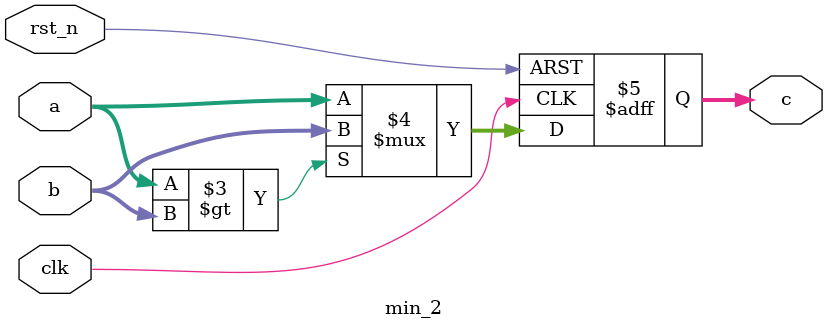
<source format=v>
`timescale 1ns/1ns
module main_mod(
	input clk,
	input rst_n,
	input [7:0]a,
	input [7:0]b,
	input [7:0]c,
	
	output [7:0]d
);
	wire [7:0] u1_output;
	wire [7:0] u2_output;
	reg [7:0] delay_data;
	min_2 u1(
		.clk(clk),
		.rst_n(rst_n),
		.a(a),
		.b(b),
		.c(u1_output)
		);

	min_2 u2(
		.clk(clk),
		.rst_n(rst_n),
		.a(b),
		.b(c),
		.c(u2_output)
		);

	min_2 u3(
		.clk(clk),
		.rst_n(rst_n),
		.a(u1_output),
		.b(u2_output),
		.c(d)
		);

	

endmodule



module min_2(
	input clk,
	input rst_n,
	input [7:0]a,
	input [7:0]b,

	output reg [7:0]c
);
always@(posedge clk or negedge rst_n)begin
	if(!rst_n)c<=0;
	else begin
		c<= (a>b) ?b :a;
	end
end


endmodule
</source>
